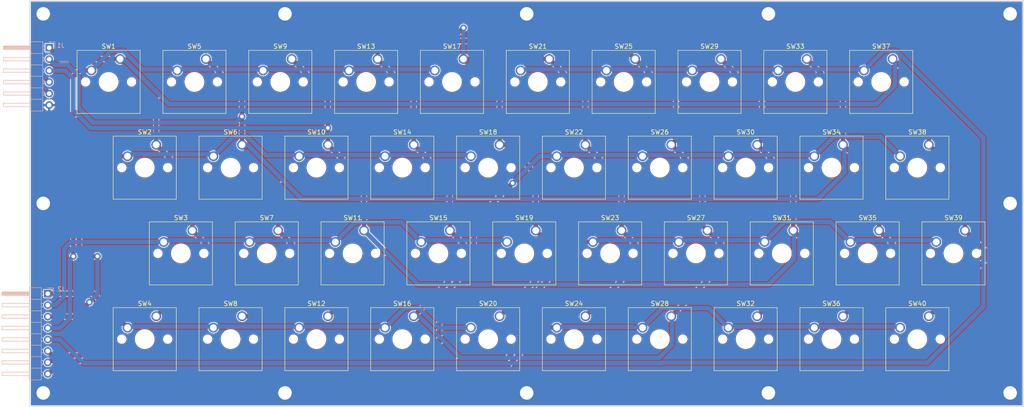
<source format=kicad_pcb>
(kicad_pcb (version 20171130) (host pcbnew 5.1.5-52549c5~86~ubuntu19.10.1)
  (layers (0 F.Cu signal) (31 B.Cu signal) (34 B.Paste user) (35 F.Paste user) (36 B.SilkS user) (37 F.SilkS user) (38 B.Mask user) (39 F.Mask user) (44 Edge.Cuts user))
  (net 0 "")
  (net 1 /column_1)
  (net 2 /column_2)
  (net 3 /column_3)
  (net 4 /column_4)
  (net 5 /column_5)
  (net 6 /str_1)
  (net 7 /str_2)
  (net 8 /str_3)
  (net 9 /str_4)
  (net 10 /str_5)
  (net 11 /str_6)
  (net 12 /str_7)
  (net 13 /str_8)
  (net 14 /gnd)
  (module Connector_PinHeader_2.54mm:PinHeader_1x06_P2.54mm_Horizontal (layer B.Cu) (at 35.318 60.498 180)
    (fp_text reference J1 (at -2.54 0.508) (layer B.SilkS) (effects (justify mirror)))
    (fp_text value column)
    (pad 6 thru_hole oval (at 0 -12.7 180) (size 1.7 1.7) (drill 1) (layers *.Cu *.Mask) (net 14 /gnd))
    (pad 5 thru_hole oval (at 0 -10.16 180) (size 1.7 1.7) (drill 1) (layers *.Cu *.Mask) (net 5 /column_5))
    (pad 4 thru_hole oval (at 0 -7.62 180) (size 1.7 1.7) (drill 1) (layers *.Cu *.Mask) (net 4 /column_4))
    (pad 3 thru_hole oval (at 0 -5.08 180) (size 1.7 1.7) (drill 1) (layers *.Cu *.Mask) (net 3 /column_3))
    (pad 2 thru_hole oval (at 0 -2.54 180) (size 1.7 1.7) (drill 1) (layers *.Cu *.Mask) (net 2 /column_2))
    (pad 1 thru_hole rect (at 0 0 180) (size 1.7 1.7) (drill 1) (layers *.Cu *.Mask) (net 1 /column_1))
  )
  (module Connector_PinHeader_2.54mm:PinHeader_1x08_P2.54mm_Horizontal (layer B.Cu) (at 35 115 180)
    (fp_text reference J2 (at -3 1 180) (layer B.SilkS) (effects (justify mirror)))
    (fp_text value str)
    (pad 1 thru_hole rect (at 0 0 180) (size 1.7 1.7) (drill 1) (layers *.Cu *.Mask) (net 6 /str_1))
    (pad 2 thru_hole oval (at 0 -2.54 180) (size 1.7 1.7) (drill 1) (layers *.Cu *.Mask) (net 7 /str_2))
    (pad 3 thru_hole oval (at 0 -5.08 180) (size 1.7 1.7) (drill 1) (layers *.Cu *.Mask) (net 8 /str_3))
    (pad 4 thru_hole oval (at 0 -7.62 180) (size 1.7 1.7) (drill 1) (layers *.Cu *.Mask) (net 9 /str_4))
    (pad 5 thru_hole oval (at 0 -10.16 180) (size 1.7 1.7) (drill 1) (layers *.Cu *.Mask) (net 10 /str_5))
    (pad 6 thru_hole oval (at 0 -12.7 180) (size 1.7 1.7) (drill 1) (layers *.Cu *.Mask) (net 11 /str_6))
    (pad 7 thru_hole oval (at 0 -15.24 180) (size 1.7 1.7) (drill 1) (layers *.Cu *.Mask) (net 12 /str_7))
    (pad 8 thru_hole oval (at 0 -17.78 180) (size 1.7 1.7) (drill 1) (layers *.Cu *.Mask) (net 13 /str_8))
  )
  (module Button_Switch_Keyboard:SW_Cherry_MX_1.00u_PCB (layer F.Cu) (at 51 63)
    (fp_text reference SW1 (at -2.54 -2.794) (layer F.SilkS))
    (fp_text value 1)
    (pad "" np_thru_hole circle (at 2.54 5.08) (size 1.7 1.7) (drill 1.7) (layers *.Cu *.Mask))
    (pad "" np_thru_hole circle (at -7.62 5.08) (size 1.7 1.7) (drill 1.7) (layers *.Cu *.Mask))
    (pad "" np_thru_hole circle (at -2.54 5.08) (size 4 4) (drill 4) (layers *.Cu *.Mask))
    (pad 2 thru_hole circle (at -6.35 2.54) (size 2.2 2.2) (drill 1.5) (layers *.Cu *.Mask) (net 9 /str_4))
    (pad 1 thru_hole circle (at 0 0) (size 2.2 2.2) (drill 1.5) (layers *.Cu *.Mask) (net 1 /column_1))
  )
  (module Button_Switch_Keyboard:SW_Cherry_MX_1.00u_PCB (layer F.Cu) (at 59 82)
    (fp_text reference SW2 (at -2.54 -2.794) (layer F.SilkS))
    (fp_text value Q)
    (pad 1 thru_hole circle (at 0 0) (size 2.2 2.2) (drill 1.5) (layers *.Cu *.Mask) (net 1 /column_1))
    (pad 2 thru_hole circle (at -6.35 2.54) (size 2.2 2.2) (drill 1.5) (layers *.Cu *.Mask) (net 8 /str_3))
    (pad "" np_thru_hole circle (at -2.54 5.08) (size 4 4) (drill 4) (layers *.Cu *.Mask))
    (pad "" np_thru_hole circle (at -7.62 5.08) (size 1.7 1.7) (drill 1.7) (layers *.Cu *.Mask))
    (pad "" np_thru_hole circle (at 2.54 5.08) (size 1.7 1.7) (drill 1.7) (layers *.Cu *.Mask))
  )
  (module Button_Switch_Keyboard:SW_Cherry_MX_1.00u_PCB (layer F.Cu) (at 67 101)
    (fp_text reference SW3 (at -2.54 -2.794) (layer F.SilkS))
    (fp_text value A)
    (pad "" np_thru_hole circle (at 2.54 5.08) (size 1.7 1.7) (drill 1.7) (layers *.Cu *.Mask))
    (pad "" np_thru_hole circle (at -7.62 5.08) (size 1.7 1.7) (drill 1.7) (layers *.Cu *.Mask))
    (pad "" np_thru_hole circle (at -2.54 5.08) (size 4 4) (drill 4) (layers *.Cu *.Mask))
    (pad 2 thru_hole circle (at -6.35 2.54) (size 2.2 2.2) (drill 1.5) (layers *.Cu *.Mask) (net 7 /str_2))
    (pad 1 thru_hole circle (at 0 0) (size 2.2 2.2) (drill 1.5) (layers *.Cu *.Mask) (net 1 /column_1))
  )
  (module Button_Switch_Keyboard:SW_Cherry_MX_1.00u_PCB (layer F.Cu) (at 59 120)
    (fp_text reference SW4 (at -2.54 -2.794) (layer F.SilkS))
    (fp_text value C.S.)
    (pad 1 thru_hole circle (at 0 0) (size 2.2 2.2) (drill 1.5) (layers *.Cu *.Mask) (net 1 /column_1))
    (pad 2 thru_hole circle (at -6.35 2.54) (size 2.2 2.2) (drill 1.5) (layers *.Cu *.Mask) (net 6 /str_1))
    (pad "" np_thru_hole circle (at -2.54 5.08) (size 4 4) (drill 4) (layers *.Cu *.Mask))
    (pad "" np_thru_hole circle (at -7.62 5.08) (size 1.7 1.7) (drill 1.7) (layers *.Cu *.Mask))
    (pad "" np_thru_hole circle (at 2.54 5.08) (size 1.7 1.7) (drill 1.7) (layers *.Cu *.Mask))
  )
  (module Button_Switch_Keyboard:SW_Cherry_MX_1.00u_PCB (layer F.Cu) (at 70 63)
    (fp_text reference SW5 (at -2.54 -2.794) (layer F.SilkS))
    (fp_text value 2)
    (pad "" np_thru_hole circle (at 2.54 5.08) (size 1.7 1.7) (drill 1.7) (layers *.Cu *.Mask))
    (pad "" np_thru_hole circle (at -7.62 5.08) (size 1.7 1.7) (drill 1.7) (layers *.Cu *.Mask))
    (pad "" np_thru_hole circle (at -2.54 5.08) (size 4 4) (drill 4) (layers *.Cu *.Mask))
    (pad 2 thru_hole circle (at -6.35 2.54) (size 2.2 2.2) (drill 1.5) (layers *.Cu *.Mask) (net 9 /str_4))
    (pad 1 thru_hole circle (at 0 0) (size 2.2 2.2) (drill 1.5) (layers *.Cu *.Mask) (net 2 /column_2))
  )
  (module Button_Switch_Keyboard:SW_Cherry_MX_1.00u_PCB (layer F.Cu) (at 78 82)
    (fp_text reference SW6 (at -2.54 -2.794) (layer F.SilkS))
    (fp_text value W)
    (pad "" np_thru_hole circle (at 2.54 5.08) (size 1.7 1.7) (drill 1.7) (layers *.Cu *.Mask))
    (pad "" np_thru_hole circle (at -7.62 5.08) (size 1.7 1.7) (drill 1.7) (layers *.Cu *.Mask))
    (pad "" np_thru_hole circle (at -2.54 5.08) (size 4 4) (drill 4) (layers *.Cu *.Mask))
    (pad 2 thru_hole circle (at -6.35 2.54) (size 2.2 2.2) (drill 1.5) (layers *.Cu *.Mask) (net 8 /str_3))
    (pad 1 thru_hole circle (at 0 0) (size 2.2 2.2) (drill 1.5) (layers *.Cu *.Mask) (net 2 /column_2))
  )
  (module Button_Switch_Keyboard:SW_Cherry_MX_1.00u_PCB (layer F.Cu) (at 86 101)
    (fp_text reference SW7 (at -2.54 -2.794) (layer F.SilkS))
    (fp_text value S)
    (pad 1 thru_hole circle (at 0 0) (size 2.2 2.2) (drill 1.5) (layers *.Cu *.Mask) (net 2 /column_2))
    (pad 2 thru_hole circle (at -6.35 2.54) (size 2.2 2.2) (drill 1.5) (layers *.Cu *.Mask) (net 7 /str_2))
    (pad "" np_thru_hole circle (at -2.54 5.08) (size 4 4) (drill 4) (layers *.Cu *.Mask))
    (pad "" np_thru_hole circle (at -7.62 5.08) (size 1.7 1.7) (drill 1.7) (layers *.Cu *.Mask))
    (pad "" np_thru_hole circle (at 2.54 5.08) (size 1.7 1.7) (drill 1.7) (layers *.Cu *.Mask))
  )
  (module Button_Switch_Keyboard:SW_Cherry_MX_1.00u_PCB (layer F.Cu) (at 78 120)
    (fp_text reference SW8 (at -2.54 -2.794) (layer F.SilkS))
    (fp_text value Z)
    (pad "" np_thru_hole circle (at 2.54 5.08) (size 1.7 1.7) (drill 1.7) (layers *.Cu *.Mask))
    (pad "" np_thru_hole circle (at -7.62 5.08) (size 1.7 1.7) (drill 1.7) (layers *.Cu *.Mask))
    (pad "" np_thru_hole circle (at -2.54 5.08) (size 4 4) (drill 4) (layers *.Cu *.Mask))
    (pad 2 thru_hole circle (at -6.35 2.54) (size 2.2 2.2) (drill 1.5) (layers *.Cu *.Mask) (net 6 /str_1))
    (pad 1 thru_hole circle (at 0 0) (size 2.2 2.2) (drill 1.5) (layers *.Cu *.Mask) (net 2 /column_2))
  )
  (module Button_Switch_Keyboard:SW_Cherry_MX_1.00u_PCB (layer F.Cu) (at 89 63)
    (fp_text reference SW9 (at -2.54 -2.794) (layer F.SilkS))
    (fp_text value 3)
    (pad "" np_thru_hole circle (at 2.54 5.08) (size 1.7 1.7) (drill 1.7) (layers *.Cu *.Mask))
    (pad "" np_thru_hole circle (at -7.62 5.08) (size 1.7 1.7) (drill 1.7) (layers *.Cu *.Mask))
    (pad "" np_thru_hole circle (at -2.54 5.08) (size 4 4) (drill 4) (layers *.Cu *.Mask))
    (pad 2 thru_hole circle (at -6.35 2.54) (size 2.2 2.2) (drill 1.5) (layers *.Cu *.Mask) (net 9 /str_4))
    (pad 1 thru_hole circle (at 0 0) (size 2.2 2.2) (drill 1.5) (layers *.Cu *.Mask) (net 3 /column_3))
  )
  (module Button_Switch_Keyboard:SW_Cherry_MX_1.00u_PCB (layer F.Cu) (at 97 82)
    (fp_text reference SW10 (at -2.54 -2.794) (layer F.SilkS))
    (fp_text value E)
    (pad 1 thru_hole circle (at 0 0) (size 2.2 2.2) (drill 1.5) (layers *.Cu *.Mask) (net 3 /column_3))
    (pad 2 thru_hole circle (at -6.35 2.54) (size 2.2 2.2) (drill 1.5) (layers *.Cu *.Mask) (net 8 /str_3))
    (pad "" np_thru_hole circle (at -2.54 5.08) (size 4 4) (drill 4) (layers *.Cu *.Mask))
    (pad "" np_thru_hole circle (at -7.62 5.08) (size 1.7 1.7) (drill 1.7) (layers *.Cu *.Mask))
    (pad "" np_thru_hole circle (at 2.54 5.08) (size 1.7 1.7) (drill 1.7) (layers *.Cu *.Mask))
  )
  (module Button_Switch_Keyboard:SW_Cherry_MX_1.00u_PCB (layer F.Cu) (at 105 101)
    (fp_text reference SW11 (at -2.54 -2.794) (layer F.SilkS))
    (fp_text value D)
    (pad 1 thru_hole circle (at 0 0) (size 2.2 2.2) (drill 1.5) (layers *.Cu *.Mask) (net 3 /column_3))
    (pad 2 thru_hole circle (at -6.35 2.54) (size 2.2 2.2) (drill 1.5) (layers *.Cu *.Mask) (net 7 /str_2))
    (pad "" np_thru_hole circle (at -2.54 5.08) (size 4 4) (drill 4) (layers *.Cu *.Mask))
    (pad "" np_thru_hole circle (at -7.62 5.08) (size 1.7 1.7) (drill 1.7) (layers *.Cu *.Mask))
    (pad "" np_thru_hole circle (at 2.54 5.08) (size 1.7 1.7) (drill 1.7) (layers *.Cu *.Mask))
  )
  (module Button_Switch_Keyboard:SW_Cherry_MX_1.00u_PCB (layer F.Cu) (at 97 120)
    (fp_text reference SW12 (at -2.54 -2.794) (layer F.SilkS))
    (fp_text value X)
    (pad 1 thru_hole circle (at 0 0) (size 2.2 2.2) (drill 1.5) (layers *.Cu *.Mask) (net 3 /column_3))
    (pad 2 thru_hole circle (at -6.35 2.54) (size 2.2 2.2) (drill 1.5) (layers *.Cu *.Mask) (net 6 /str_1))
    (pad "" np_thru_hole circle (at -2.54 5.08) (size 4 4) (drill 4) (layers *.Cu *.Mask))
    (pad "" np_thru_hole circle (at -7.62 5.08) (size 1.7 1.7) (drill 1.7) (layers *.Cu *.Mask))
    (pad "" np_thru_hole circle (at 2.54 5.08) (size 1.7 1.7) (drill 1.7) (layers *.Cu *.Mask))
  )
  (module Button_Switch_Keyboard:SW_Cherry_MX_1.00u_PCB (layer F.Cu) (at 108 63)
    (fp_text reference SW13 (at -2.54 -2.794) (layer F.SilkS))
    (fp_text value 4)
    (pad 1 thru_hole circle (at 0 0) (size 2.2 2.2) (drill 1.5) (layers *.Cu *.Mask) (net 4 /column_4))
    (pad 2 thru_hole circle (at -6.35 2.54) (size 2.2 2.2) (drill 1.5) (layers *.Cu *.Mask) (net 9 /str_4))
    (pad "" np_thru_hole circle (at -2.54 5.08) (size 4 4) (drill 4) (layers *.Cu *.Mask))
    (pad "" np_thru_hole circle (at -7.62 5.08) (size 1.7 1.7) (drill 1.7) (layers *.Cu *.Mask))
    (pad "" np_thru_hole circle (at 2.54 5.08) (size 1.7 1.7) (drill 1.7) (layers *.Cu *.Mask))
  )
  (module Button_Switch_Keyboard:SW_Cherry_MX_1.00u_PCB (layer F.Cu) (at 116 82)
    (fp_text reference SW14 (at -2.54 -2.794) (layer F.SilkS))
    (fp_text value R)
    (pad "" np_thru_hole circle (at 2.54 5.08) (size 1.7 1.7) (drill 1.7) (layers *.Cu *.Mask))
    (pad "" np_thru_hole circle (at -7.62 5.08) (size 1.7 1.7) (drill 1.7) (layers *.Cu *.Mask))
    (pad "" np_thru_hole circle (at -2.54 5.08) (size 4 4) (drill 4) (layers *.Cu *.Mask))
    (pad 2 thru_hole circle (at -6.35 2.54) (size 2.2 2.2) (drill 1.5) (layers *.Cu *.Mask) (net 8 /str_3))
    (pad 1 thru_hole circle (at 0 0) (size 2.2 2.2) (drill 1.5) (layers *.Cu *.Mask) (net 4 /column_4))
  )
  (module Button_Switch_Keyboard:SW_Cherry_MX_1.00u_PCB (layer F.Cu) (at 124 101)
    (fp_text reference SW15 (at -2.54 -2.794) (layer F.SilkS))
    (fp_text value F)
    (pad 1 thru_hole circle (at 0 0) (size 2.2 2.2) (drill 1.5) (layers *.Cu *.Mask) (net 4 /column_4))
    (pad 2 thru_hole circle (at -6.35 2.54) (size 2.2 2.2) (drill 1.5) (layers *.Cu *.Mask) (net 7 /str_2))
    (pad "" np_thru_hole circle (at -2.54 5.08) (size 4 4) (drill 4) (layers *.Cu *.Mask))
    (pad "" np_thru_hole circle (at -7.62 5.08) (size 1.7 1.7) (drill 1.7) (layers *.Cu *.Mask))
    (pad "" np_thru_hole circle (at 2.54 5.08) (size 1.7 1.7) (drill 1.7) (layers *.Cu *.Mask))
  )
  (module Button_Switch_Keyboard:SW_Cherry_MX_1.00u_PCB (layer F.Cu) (at 116 120)
    (fp_text reference SW16 (at -2.54 -2.794) (layer F.SilkS))
    (fp_text value C)
    (pad "" np_thru_hole circle (at 2.54 5.08) (size 1.7 1.7) (drill 1.7) (layers *.Cu *.Mask))
    (pad "" np_thru_hole circle (at -7.62 5.08) (size 1.7 1.7) (drill 1.7) (layers *.Cu *.Mask))
    (pad "" np_thru_hole circle (at -2.54 5.08) (size 4 4) (drill 4) (layers *.Cu *.Mask))
    (pad 2 thru_hole circle (at -6.35 2.54) (size 2.2 2.2) (drill 1.5) (layers *.Cu *.Mask) (net 6 /str_1))
    (pad 1 thru_hole circle (at 0 0) (size 2.2 2.2) (drill 1.5) (layers *.Cu *.Mask) (net 4 /column_4))
  )
  (module Button_Switch_Keyboard:SW_Cherry_MX_1.00u_PCB (layer F.Cu) (at 127 63)
    (fp_text reference SW17 (at -2.54 -2.794) (layer F.SilkS))
    (fp_text value 5)
    (pad "" np_thru_hole circle (at 2.54 5.08) (size 1.7 1.7) (drill 1.7) (layers *.Cu *.Mask))
    (pad "" np_thru_hole circle (at -7.62 5.08) (size 1.7 1.7) (drill 1.7) (layers *.Cu *.Mask))
    (pad "" np_thru_hole circle (at -2.54 5.08) (size 4 4) (drill 4) (layers *.Cu *.Mask))
    (pad 2 thru_hole circle (at -6.35 2.54) (size 2.2 2.2) (drill 1.5) (layers *.Cu *.Mask) (net 9 /str_4))
    (pad 1 thru_hole circle (at 0 0) (size 2.2 2.2) (drill 1.5) (layers *.Cu *.Mask) (net 5 /column_5))
  )
  (module Button_Switch_Keyboard:SW_Cherry_MX_1.00u_PCB (layer F.Cu) (at 135 82)
    (fp_text reference SW18 (at -2.54 -2.794) (layer F.SilkS))
    (fp_text value T)
    (pad 1 thru_hole circle (at 0 0) (size 2.2 2.2) (drill 1.5) (layers *.Cu *.Mask) (net 5 /column_5))
    (pad 2 thru_hole circle (at -6.35 2.54) (size 2.2 2.2) (drill 1.5) (layers *.Cu *.Mask) (net 8 /str_3))
    (pad "" np_thru_hole circle (at -2.54 5.08) (size 4 4) (drill 4) (layers *.Cu *.Mask))
    (pad "" np_thru_hole circle (at -7.62 5.08) (size 1.7 1.7) (drill 1.7) (layers *.Cu *.Mask))
    (pad "" np_thru_hole circle (at 2.54 5.08) (size 1.7 1.7) (drill 1.7) (layers *.Cu *.Mask))
  )
  (module Button_Switch_Keyboard:SW_Cherry_MX_1.00u_PCB (layer F.Cu) (at 143 101)
    (fp_text reference SW19 (at -2.54 -2.794) (layer F.SilkS))
    (fp_text value G)
    (pad "" np_thru_hole circle (at 2.54 5.08) (size 1.7 1.7) (drill 1.7) (layers *.Cu *.Mask))
    (pad "" np_thru_hole circle (at -7.62 5.08) (size 1.7 1.7) (drill 1.7) (layers *.Cu *.Mask))
    (pad "" np_thru_hole circle (at -2.54 5.08) (size 4 4) (drill 4) (layers *.Cu *.Mask))
    (pad 2 thru_hole circle (at -6.35 2.54) (size 2.2 2.2) (drill 1.5) (layers *.Cu *.Mask) (net 7 /str_2))
    (pad 1 thru_hole circle (at 0 0) (size 2.2 2.2) (drill 1.5) (layers *.Cu *.Mask) (net 5 /column_5))
  )
  (module Button_Switch_Keyboard:SW_Cherry_MX_1.00u_PCB (layer F.Cu) (at 135 120)
    (fp_text reference SW20 (at -2.54 -2.794) (layer F.SilkS))
    (fp_text value V)
    (pad 1 thru_hole circle (at 0 0) (size 2.2 2.2) (drill 1.5) (layers *.Cu *.Mask) (net 5 /column_5))
    (pad 2 thru_hole circle (at -6.35 2.54) (size 2.2 2.2) (drill 1.5) (layers *.Cu *.Mask) (net 6 /str_1))
    (pad "" np_thru_hole circle (at -2.54 5.08) (size 4 4) (drill 4) (layers *.Cu *.Mask))
    (pad "" np_thru_hole circle (at -7.62 5.08) (size 1.7 1.7) (drill 1.7) (layers *.Cu *.Mask))
    (pad "" np_thru_hole circle (at 2.54 5.08) (size 1.7 1.7) (drill 1.7) (layers *.Cu *.Mask))
  )
  (module Button_Switch_Keyboard:SW_Cherry_MX_1.00u_PCB (layer F.Cu) (at 146 63)
    (fp_text reference SW21 (at -2.54 -2.794) (layer F.SilkS))
    (fp_text value 6)
    (pad 1 thru_hole circle (at 0 0) (size 2.2 2.2) (drill 1.5) (layers *.Cu *.Mask) (net 5 /column_5))
    (pad 2 thru_hole circle (at -6.35 2.54) (size 2.2 2.2) (drill 1.5) (layers *.Cu *.Mask) (net 10 /str_5))
    (pad "" np_thru_hole circle (at -2.54 5.08) (size 4 4) (drill 4) (layers *.Cu *.Mask))
    (pad "" np_thru_hole circle (at -7.62 5.08) (size 1.7 1.7) (drill 1.7) (layers *.Cu *.Mask))
    (pad "" np_thru_hole circle (at 2.54 5.08) (size 1.7 1.7) (drill 1.7) (layers *.Cu *.Mask))
  )
  (module Button_Switch_Keyboard:SW_Cherry_MX_1.00u_PCB (layer F.Cu) (at 154 82)
    (fp_text reference SW22 (at -2.54 -2.794) (layer F.SilkS))
    (fp_text value Y)
    (pad "" np_thru_hole circle (at 2.54 5.08) (size 1.7 1.7) (drill 1.7) (layers *.Cu *.Mask))
    (pad "" np_thru_hole circle (at -7.62 5.08) (size 1.7 1.7) (drill 1.7) (layers *.Cu *.Mask))
    (pad "" np_thru_hole circle (at -2.54 5.08) (size 4 4) (drill 4) (layers *.Cu *.Mask))
    (pad 2 thru_hole circle (at -6.35 2.54) (size 2.2 2.2) (drill 1.5) (layers *.Cu *.Mask) (net 11 /str_6))
    (pad 1 thru_hole circle (at 0 0) (size 2.2 2.2) (drill 1.5) (layers *.Cu *.Mask) (net 5 /column_5))
  )
  (module Button_Switch_Keyboard:SW_Cherry_MX_1.00u_PCB (layer F.Cu) (at 162 101)
    (fp_text reference SW23 (at -2.54 -2.794) (layer F.SilkS))
    (fp_text value H)
    (pad 1 thru_hole circle (at 0 0) (size 2.2 2.2) (drill 1.5) (layers *.Cu *.Mask) (net 5 /column_5))
    (pad 2 thru_hole circle (at -6.35 2.54) (size 2.2 2.2) (drill 1.5) (layers *.Cu *.Mask) (net 12 /str_7))
    (pad "" np_thru_hole circle (at -2.54 5.08) (size 4 4) (drill 4) (layers *.Cu *.Mask))
    (pad "" np_thru_hole circle (at -7.62 5.08) (size 1.7 1.7) (drill 1.7) (layers *.Cu *.Mask))
    (pad "" np_thru_hole circle (at 2.54 5.08) (size 1.7 1.7) (drill 1.7) (layers *.Cu *.Mask))
  )
  (module Button_Switch_Keyboard:SW_Cherry_MX_1.00u_PCB (layer F.Cu) (at 154 120)
    (fp_text reference SW24 (at -2.54 -2.794) (layer F.SilkS))
    (fp_text value B)
    (pad "" np_thru_hole circle (at 2.54 5.08) (size 1.7 1.7) (drill 1.7) (layers *.Cu *.Mask))
    (pad "" np_thru_hole circle (at -7.62 5.08) (size 1.7 1.7) (drill 1.7) (layers *.Cu *.Mask))
    (pad "" np_thru_hole circle (at -2.54 5.08) (size 4 4) (drill 4) (layers *.Cu *.Mask))
    (pad 2 thru_hole circle (at -6.35 2.54) (size 2.2 2.2) (drill 1.5) (layers *.Cu *.Mask) (net 13 /str_8))
    (pad 1 thru_hole circle (at 0 0) (size 2.2 2.2) (drill 1.5) (layers *.Cu *.Mask) (net 5 /column_5))
  )
  (module Button_Switch_Keyboard:SW_Cherry_MX_1.00u_PCB (layer F.Cu) (at 165 63)
    (fp_text reference SW25 (at -2.54 -2.794) (layer F.SilkS))
    (fp_text value 7)
    (pad 1 thru_hole circle (at 0 0) (size 2.2 2.2) (drill 1.5) (layers *.Cu *.Mask) (net 4 /column_4))
    (pad 2 thru_hole circle (at -6.35 2.54) (size 2.2 2.2) (drill 1.5) (layers *.Cu *.Mask) (net 10 /str_5))
    (pad "" np_thru_hole circle (at -2.54 5.08) (size 4 4) (drill 4) (layers *.Cu *.Mask))
    (pad "" np_thru_hole circle (at -7.62 5.08) (size 1.7 1.7) (drill 1.7) (layers *.Cu *.Mask))
    (pad "" np_thru_hole circle (at 2.54 5.08) (size 1.7 1.7) (drill 1.7) (layers *.Cu *.Mask))
  )
  (module Button_Switch_Keyboard:SW_Cherry_MX_1.00u_PCB (layer F.Cu) (at 173 82)
    (fp_text reference SW26 (at -2.54 -2.794) (layer F.SilkS))
    (fp_text value U)
    (pad "" np_thru_hole circle (at 2.54 5.08) (size 1.7 1.7) (drill 1.7) (layers *.Cu *.Mask))
    (pad "" np_thru_hole circle (at -7.62 5.08) (size 1.7 1.7) (drill 1.7) (layers *.Cu *.Mask))
    (pad "" np_thru_hole circle (at -2.54 5.08) (size 4 4) (drill 4) (layers *.Cu *.Mask))
    (pad 2 thru_hole circle (at -6.35 2.54) (size 2.2 2.2) (drill 1.5) (layers *.Cu *.Mask) (net 11 /str_6))
    (pad 1 thru_hole circle (at 0 0) (size 2.2 2.2) (drill 1.5) (layers *.Cu *.Mask) (net 4 /column_4))
  )
  (module Button_Switch_Keyboard:SW_Cherry_MX_1.00u_PCB (layer F.Cu) (at 181 101)
    (fp_text reference SW27 (at -2.54 -2.794) (layer F.SilkS))
    (fp_text value J)
    (pad 1 thru_hole circle (at 0 0) (size 2.2 2.2) (drill 1.5) (layers *.Cu *.Mask) (net 4 /column_4))
    (pad 2 thru_hole circle (at -6.35 2.54) (size 2.2 2.2) (drill 1.5) (layers *.Cu *.Mask) (net 12 /str_7))
    (pad "" np_thru_hole circle (at -2.54 5.08) (size 4 4) (drill 4) (layers *.Cu *.Mask))
    (pad "" np_thru_hole circle (at -7.62 5.08) (size 1.7 1.7) (drill 1.7) (layers *.Cu *.Mask))
    (pad "" np_thru_hole circle (at 2.54 5.08) (size 1.7 1.7) (drill 1.7) (layers *.Cu *.Mask))
  )
  (module Button_Switch_Keyboard:SW_Cherry_MX_1.00u_PCB (layer F.Cu) (at 173 120)
    (fp_text reference SW28 (at -2.54 -2.794) (layer F.SilkS))
    (fp_text value N)
    (pad "" np_thru_hole circle (at 2.54 5.08) (size 1.7 1.7) (drill 1.7) (layers *.Cu *.Mask))
    (pad "" np_thru_hole circle (at -7.62 5.08) (size 1.7 1.7) (drill 1.7) (layers *.Cu *.Mask))
    (pad "" np_thru_hole circle (at -2.54 5.08) (size 4 4) (drill 4) (layers *.Cu *.Mask))
    (pad 2 thru_hole circle (at -6.35 2.54) (size 2.2 2.2) (drill 1.5) (layers *.Cu *.Mask) (net 13 /str_8))
    (pad 1 thru_hole circle (at 0 0) (size 2.2 2.2) (drill 1.5) (layers *.Cu *.Mask) (net 4 /column_4))
  )
  (module Button_Switch_Keyboard:SW_Cherry_MX_1.00u_PCB (layer F.Cu) (at 184 63)
    (fp_text reference SW29 (at -2.54 -2.794) (layer F.SilkS))
    (fp_text value 8)
    (pad 1 thru_hole circle (at 0 0) (size 2.2 2.2) (drill 1.5) (layers *.Cu *.Mask) (net 3 /column_3))
    (pad 2 thru_hole circle (at -6.35 2.54) (size 2.2 2.2) (drill 1.5) (layers *.Cu *.Mask) (net 10 /str_5))
    (pad "" np_thru_hole circle (at -2.54 5.08) (size 4 4) (drill 4) (layers *.Cu *.Mask))
    (pad "" np_thru_hole circle (at -7.62 5.08) (size 1.7 1.7) (drill 1.7) (layers *.Cu *.Mask))
    (pad "" np_thru_hole circle (at 2.54 5.08) (size 1.7 1.7) (drill 1.7) (layers *.Cu *.Mask))
  )
  (module Button_Switch_Keyboard:SW_Cherry_MX_1.00u_PCB (layer F.Cu) (at 192 82)
    (fp_text reference SW30 (at -2.54 -2.794) (layer F.SilkS))
    (fp_text value I)
    (pad 1 thru_hole circle (at 0 0) (size 2.2 2.2) (drill 1.5) (layers *.Cu *.Mask) (net 3 /column_3))
    (pad 2 thru_hole circle (at -6.35 2.54) (size 2.2 2.2) (drill 1.5) (layers *.Cu *.Mask) (net 11 /str_6))
    (pad "" np_thru_hole circle (at -2.54 5.08) (size 4 4) (drill 4) (layers *.Cu *.Mask))
    (pad "" np_thru_hole circle (at -7.62 5.08) (size 1.7 1.7) (drill 1.7) (layers *.Cu *.Mask))
    (pad "" np_thru_hole circle (at 2.54 5.08) (size 1.7 1.7) (drill 1.7) (layers *.Cu *.Mask))
  )
  (module Button_Switch_Keyboard:SW_Cherry_MX_1.00u_PCB (layer F.Cu) (at 200 101)
    (fp_text reference SW31 (at -2.54 -2.794) (layer F.SilkS))
    (fp_text value K)
    (pad "" np_thru_hole circle (at 2.54 5.08) (size 1.7 1.7) (drill 1.7) (layers *.Cu *.Mask))
    (pad "" np_thru_hole circle (at -7.62 5.08) (size 1.7 1.7) (drill 1.7) (layers *.Cu *.Mask))
    (pad "" np_thru_hole circle (at -2.54 5.08) (size 4 4) (drill 4) (layers *.Cu *.Mask))
    (pad 2 thru_hole circle (at -6.35 2.54) (size 2.2 2.2) (drill 1.5) (layers *.Cu *.Mask) (net 12 /str_7))
    (pad 1 thru_hole circle (at 0 0) (size 2.2 2.2) (drill 1.5) (layers *.Cu *.Mask) (net 3 /column_3))
  )
  (module Button_Switch_Keyboard:SW_Cherry_MX_1.00u_PCB (layer F.Cu) (at 192 120)
    (fp_text reference SW32 (at -2.54 -2.794) (layer F.SilkS))
    (fp_text value M)
    (pad 1 thru_hole circle (at 0 0) (size 2.2 2.2) (drill 1.5) (layers *.Cu *.Mask) (net 3 /column_3))
    (pad 2 thru_hole circle (at -6.35 2.54) (size 2.2 2.2) (drill 1.5) (layers *.Cu *.Mask) (net 13 /str_8))
    (pad "" np_thru_hole circle (at -2.54 5.08) (size 4 4) (drill 4) (layers *.Cu *.Mask))
    (pad "" np_thru_hole circle (at -7.62 5.08) (size 1.7 1.7) (drill 1.7) (layers *.Cu *.Mask))
    (pad "" np_thru_hole circle (at 2.54 5.08) (size 1.7 1.7) (drill 1.7) (layers *.Cu *.Mask))
  )
  (module Button_Switch_Keyboard:SW_Cherry_MX_1.00u_PCB (layer F.Cu) (at 203 63)
    (fp_text reference SW33 (at -2.54 -2.794) (layer F.SilkS))
    (fp_text value 9)
    (pad "" np_thru_hole circle (at 2.54 5.08) (size 1.7 1.7) (drill 1.7) (layers *.Cu *.Mask))
    (pad "" np_thru_hole circle (at -7.62 5.08) (size 1.7 1.7) (drill 1.7) (layers *.Cu *.Mask))
    (pad "" np_thru_hole circle (at -2.54 5.08) (size 4 4) (drill 4) (layers *.Cu *.Mask))
    (pad 2 thru_hole circle (at -6.35 2.54) (size 2.2 2.2) (drill 1.5) (layers *.Cu *.Mask) (net 10 /str_5))
    (pad 1 thru_hole circle (at 0 0) (size 2.2 2.2) (drill 1.5) (layers *.Cu *.Mask) (net 2 /column_2))
  )
  (module Button_Switch_Keyboard:SW_Cherry_MX_1.00u_PCB (layer F.Cu) (at 211 82)
    (fp_text reference SW34 (at -2.54 -2.794) (layer F.SilkS))
    (fp_text value O)
    (pad "" np_thru_hole circle (at 2.54 5.08) (size 1.7 1.7) (drill 1.7) (layers *.Cu *.Mask))
    (pad "" np_thru_hole circle (at -7.62 5.08) (size 1.7 1.7) (drill 1.7) (layers *.Cu *.Mask))
    (pad "" np_thru_hole circle (at -2.54 5.08) (size 4 4) (drill 4) (layers *.Cu *.Mask))
    (pad 2 thru_hole circle (at -6.35 2.54) (size 2.2 2.2) (drill 1.5) (layers *.Cu *.Mask) (net 11 /str_6))
    (pad 1 thru_hole circle (at 0 0) (size 2.2 2.2) (drill 1.5) (layers *.Cu *.Mask) (net 2 /column_2))
  )
  (module Button_Switch_Keyboard:SW_Cherry_MX_1.00u_PCB (layer F.Cu) (at 219 101)
    (fp_text reference SW35 (at -2.54 -2.794) (layer F.SilkS))
    (fp_text value L)
    (pad 1 thru_hole circle (at 0 0) (size 2.2 2.2) (drill 1.5) (layers *.Cu *.Mask) (net 2 /column_2))
    (pad 2 thru_hole circle (at -6.35 2.54) (size 2.2 2.2) (drill 1.5) (layers *.Cu *.Mask) (net 12 /str_7))
    (pad "" np_thru_hole circle (at -2.54 5.08) (size 4 4) (drill 4) (layers *.Cu *.Mask))
    (pad "" np_thru_hole circle (at -7.62 5.08) (size 1.7 1.7) (drill 1.7) (layers *.Cu *.Mask))
    (pad "" np_thru_hole circle (at 2.54 5.08) (size 1.7 1.7) (drill 1.7) (layers *.Cu *.Mask))
  )
  (module Button_Switch_Keyboard:SW_Cherry_MX_1.00u_PCB (layer F.Cu) (at 211 120)
    (fp_text reference SW36 (at -2.54 -2.794) (layer F.SilkS))
    (fp_text value S.S.)
    (pad "" np_thru_hole circle (at 2.54 5.08) (size 1.7 1.7) (drill 1.7) (layers *.Cu *.Mask))
    (pad "" np_thru_hole circle (at -7.62 5.08) (size 1.7 1.7) (drill 1.7) (layers *.Cu *.Mask))
    (pad "" np_thru_hole circle (at -2.54 5.08) (size 4 4) (drill 4) (layers *.Cu *.Mask))
    (pad 2 thru_hole circle (at -6.35 2.54) (size 2.2 2.2) (drill 1.5) (layers *.Cu *.Mask) (net 13 /str_8))
    (pad 1 thru_hole circle (at 0 0) (size 2.2 2.2) (drill 1.5) (layers *.Cu *.Mask) (net 2 /column_2))
  )
  (module Button_Switch_Keyboard:SW_Cherry_MX_1.00u_PCB (layer F.Cu) (at 222 63)
    (fp_text reference SW37 (at -2.54 -2.794) (layer F.SilkS))
    (fp_text value 10)
    (pad "" np_thru_hole circle (at 2.54 5.08) (size 1.7 1.7) (drill 1.7) (layers *.Cu *.Mask))
    (pad "" np_thru_hole circle (at -7.62 5.08) (size 1.7 1.7) (drill 1.7) (layers *.Cu *.Mask))
    (pad "" np_thru_hole circle (at -2.54 5.08) (size 4 4) (drill 4) (layers *.Cu *.Mask))
    (pad 2 thru_hole circle (at -6.35 2.54) (size 2.2 2.2) (drill 1.5) (layers *.Cu *.Mask) (net 10 /str_5))
    (pad 1 thru_hole circle (at 0 0) (size 2.2 2.2) (drill 1.5) (layers *.Cu *.Mask) (net 1 /column_1))
  )
  (module Button_Switch_Keyboard:SW_Cherry_MX_1.00u_PCB (layer F.Cu) (at 230 82)
    (fp_text reference SW38 (at -2.54 -2.794) (layer F.SilkS))
    (fp_text value P)
    (pad 1 thru_hole circle (at 0 0) (size 2.2 2.2) (drill 1.5) (layers *.Cu *.Mask) (net 1 /column_1))
    (pad 2 thru_hole circle (at -6.35 2.54) (size 2.2 2.2) (drill 1.5) (layers *.Cu *.Mask) (net 11 /str_6))
    (pad "" np_thru_hole circle (at -2.54 5.08) (size 4 4) (drill 4) (layers *.Cu *.Mask))
    (pad "" np_thru_hole circle (at -7.62 5.08) (size 1.7 1.7) (drill 1.7) (layers *.Cu *.Mask))
    (pad "" np_thru_hole circle (at 2.54 5.08) (size 1.7 1.7) (drill 1.7) (layers *.Cu *.Mask))
  )
  (module Button_Switch_Keyboard:SW_Cherry_MX_1.00u_PCB (layer F.Cu) (at 238 101)
    (fp_text reference SW39 (at -2.54 -2.794) (layer F.SilkS))
    (fp_text value ENTER)
    (pad "" np_thru_hole circle (at 2.54 5.08) (size 1.7 1.7) (drill 1.7) (layers *.Cu *.Mask))
    (pad "" np_thru_hole circle (at -7.62 5.08) (size 1.7 1.7) (drill 1.7) (layers *.Cu *.Mask))
    (pad "" np_thru_hole circle (at -2.54 5.08) (size 4 4) (drill 4) (layers *.Cu *.Mask))
    (pad 2 thru_hole circle (at -6.35 2.54) (size 2.2 2.2) (drill 1.5) (layers *.Cu *.Mask) (net 12 /str_7))
    (pad 1 thru_hole circle (at 0 0) (size 2.2 2.2) (drill 1.5) (layers *.Cu *.Mask) (net 1 /column_1))
  )
  (module Button_Switch_Keyboard:SW_Cherry_MX_1.00u_PCB (layer F.Cu) (at 230 120)
    (fp_text reference SW40 (at -2.54 -2.794) (layer F.SilkS))
    (fp_text value SPACE)
    (pad 1 thru_hole circle (at 0 0) (size 2.2 2.2) (drill 1.5) (layers *.Cu *.Mask) (net 1 /column_1))
    (pad 2 thru_hole circle (at -6.35 2.54) (size 2.2 2.2) (drill 1.5) (layers *.Cu *.Mask) (net 13 /str_8))
    (pad "" np_thru_hole circle (at -2.54 5.08) (size 4 4) (drill 4) (layers *.Cu *.Mask))
    (pad "" np_thru_hole circle (at -7.62 5.08) (size 1.7 1.7) (drill 1.7) (layers *.Cu *.Mask))
    (pad "" np_thru_hole circle (at 2.54 5.08) (size 1.7 1.7) (drill 1.7) (layers *.Cu *.Mask))
  )
  (gr_line (start 31 50) (end 31 140) (layer Edge.Cuts) (width 0.15))
  (gr_line (start 251 50) (end 31 50) (layer Edge.Cuts) (width 0.15))
  (gr_line (start 251 140) (end 251 50) (layer Edge.Cuts) (width 0.15))
  (gr_line (start 31 140) (end 251 140) (layer Edge.Cuts) (width 0.15))
  (via (at 34 53) (size 5) (drill 3) (layers F.Cu B.Cu) (net 14))
  (via (at 248 53) (size 5) (drill 3) (layers F.Cu B.Cu) (net 14))
  (via (at 248 137) (size 5) (drill 3) (layers F.Cu B.Cu) (net 14))
  (via (at 34 137) (size 5) (drill 3) (layers F.Cu B.Cu) (net 14))
  (segment (start 230 71) (end 222 63) (width 1) (layer F.Cu) (net 1))
  (segment (start 230 82) (end 230 71) (width 1) (layer F.Cu) (net 1))
  (segment (start 238 90) (end 230 82) (width 1) (layer F.Cu) (net 1))
  (segment (start 238 101) (end 238 90) (width 1) (layer F.Cu) (net 1))
  (segment (start 238 101) (end 242.328 105.328) (width 1) (layer F.Cu) (net 1))
  (segment (start 242.328 107.672) (end 242.328 105.328) (width 1) (layer F.Cu) (net 1))
  (segment (start 230 120) (end 242.328 107.672) (width 1) (layer F.Cu) (net 1))
  (segment (start 59 71) (end 51 63) (width 1) (layer F.Cu) (net 1))
  (segment (start 59 82) (end 59 71) (width 1) (layer F.Cu) (net 1))
  (segment (start 59 120) (end 71.090001 107.909999) (width 1) (layer F.Cu) (net 1))
  (segment (start 71.090001 105.090001) (end 67 101) (width 1) (layer F.Cu) (net 1))
  (segment (start 71.090001 107.909999) (end 71.090001 105.090001) (width 1) (layer F.Cu) (net 1))
  (segment (start 67 90) (end 59 82) (width 1) (layer F.Cu) (net 1))
  (segment (start 67 101) (end 67 90) (width 1) (layer F.Cu) (net 1))
  (segment (start 222.516 63.516) (end 222.516 68.88) (width 1) (layer B.Cu) (net 1))
  (segment (start 222 63) (end 222.516 63.516) (width 1) (layer B.Cu) (net 1))
  (segment (start 218.396 73) (end 61.79 73) (width 1) (layer B.Cu) (net 1))
  (segment (start 51.79 63) (end 51 63) (width 1) (layer B.Cu) (net 1))
  (segment (start 222.516 68.88) (end 218.396 73) (width 1) (layer B.Cu) (net 1))
  (segment (start 61.79 73) (end 51.79 63) (width 1) (layer B.Cu) (net 1))
  (segment (start 37.82 63) (end 35.318 60.498) (width 1) (layer F.Cu) (net 1))
  (segment (start 51 63) (end 37.82 63) (width 1) (layer F.Cu) (net 1))
  (segment (start 211 120) (end 223.090001 107.909999) (width 1) (layer F.Cu) (net 2))
  (segment (start 223.090001 105.090001) (end 219 101) (width 1) (layer F.Cu) (net 2))
  (segment (start 223.090001 107.909999) (end 223.090001 105.090001) (width 1) (layer F.Cu) (net 2))
  (segment (start 219 90) (end 211 82) (width 1) (layer F.Cu) (net 2))
  (segment (start 219 101) (end 219 90) (width 1) (layer F.Cu) (net 2))
  (segment (start 211 71) (end 203 63) (width 1) (layer F.Cu) (net 2))
  (segment (start 211 82) (end 211 71) (width 1) (layer F.Cu) (net 2))
  (segment (start 79.555634 120) (end 90.090001 109.465633) (width 1) (layer F.Cu) (net 2))
  (segment (start 78 120) (end 79.555634 120) (width 1) (layer F.Cu) (net 2))
  (segment (start 90.090001 105.090001) (end 86 101) (width 1) (layer F.Cu) (net 2))
  (segment (start 90.090001 109.465633) (end 90.090001 105.090001) (width 1) (layer F.Cu) (net 2))
  (segment (start 86 90) (end 78 82) (width 1) (layer F.Cu) (net 2))
  (segment (start 86 101) (end 86 90) (width 1) (layer F.Cu) (net 2))
  (via (at 77.99 75.738) (size 1.5) (drill 0.8) (layers F.Cu B.Cu) (net 2))
  (segment (start 78 82) (end 78 75.748) (width 1) (layer F.Cu) (net 2))
  (segment (start 77.99 74.67734) (end 77.99 75.738) (width 1) (layer F.Cu) (net 2))
  (segment (start 70 63) (end 77.99 70.99) (width 1) (layer F.Cu) (net 2))
  (segment (start 77.99 70.99) (end 77.99 74.67734) (width 1) (layer F.Cu) (net 2))
  (segment (start 78 75.748) (end 77.99 75.738) (width 1) (layer F.Cu) (net 2))
  (segment (start 211.34 82.34) (end 211.34 88.184) (width 1) (layer B.Cu) (net 2))
  (segment (start 205.524 94) (end 91.172 94) (width 1) (layer B.Cu) (net 2))
  (segment (start 211 82) (end 211.34 82.34) (width 1) (layer B.Cu) (net 2))
  (segment (start 211.34 88.184) (end 205.524 94) (width 1) (layer B.Cu) (net 2))
  (segment (start 79.172 82) (end 78 82) (width 1) (layer B.Cu) (net 2))
  (segment (start 91.172 94) (end 79.172 82) (width 1) (layer B.Cu) (net 2))
  (segment (start 36.588 64.308) (end 35.318 63.038) (width 1) (layer B.Cu) (net 2))
  (segment (start 77.99 75.738) (end 76.628 77.1) (width 1) (layer B.Cu) (net 2))
  (segment (start 76.628 77.1) (end 45.062 77.1) (width 1) (layer B.Cu) (net 2))
  (segment (start 45.062 77.1) (end 41.829999 73.867999) (width 1) (layer B.Cu) (net 2))
  (segment (start 41.829999 73.867999) (end 41.829999 66.755999) (width 1) (layer B.Cu) (net 2))
  (segment (start 39.382 64.308) (end 36.588 64.308) (width 1) (layer B.Cu) (net 2))
  (segment (start 41.829999 66.755999) (end 39.382 64.308) (width 1) (layer B.Cu) (net 2))
  (segment (start 204.090001 105.090001) (end 200 101) (width 1) (layer F.Cu) (net 3))
  (segment (start 192 120) (end 204.090001 107.909999) (width 1) (layer F.Cu) (net 3))
  (segment (start 204.090001 107.909999) (end 204.090001 105.090001) (width 1) (layer F.Cu) (net 3))
  (segment (start 200 90) (end 192 82) (width 1) (layer F.Cu) (net 3))
  (segment (start 200 101) (end 200 90) (width 1) (layer F.Cu) (net 3))
  (segment (start 185.099999 64.099999) (end 184 63) (width 1) (layer F.Cu) (net 3))
  (segment (start 193.099999 80.900001) (end 193.099999 72.099999) (width 1) (layer F.Cu) (net 3))
  (segment (start 193.099999 72.099999) (end 185.099999 64.099999) (width 1) (layer F.Cu) (net 3))
  (segment (start 192 82) (end 193.099999 80.900001) (width 1) (layer F.Cu) (net 3))
  (segment (start 97 120) (end 109.090001 107.909999) (width 1) (layer F.Cu) (net 3))
  (segment (start 109.090001 105.090001) (end 105 101) (width 1) (layer F.Cu) (net 3))
  (segment (start 109.090001 107.909999) (end 109.090001 105.090001) (width 1) (layer F.Cu) (net 3))
  (segment (start 105 90) (end 97 82) (width 1) (layer F.Cu) (net 3))
  (segment (start 105 101) (end 105 90) (width 1) (layer F.Cu) (net 3))
  (segment (start 97 77.21734) (end 97 78.278) (width 1) (layer F.Cu) (net 3))
  (segment (start 89 63) (end 97 71) (width 1) (layer F.Cu) (net 3))
  (segment (start 97 82) (end 97 78.278) (width 1) (layer F.Cu) (net 3))
  (segment (start 97 71) (end 97 77.21734) (width 1) (layer F.Cu) (net 3))
  (via (at 97 78.278) (size 1.5) (drill 0.8) (layers F.Cu B.Cu) (net 3))
  (segment (start 200.160001 107.376001) (end 194.536002 113) (width 1) (layer B.Cu) (net 3))
  (segment (start 117 113) (end 105 101) (width 1) (layer B.Cu) (net 3))
  (segment (start 194.536002 113) (end 117 113) (width 1) (layer B.Cu) (net 3))
  (segment (start 200 101) (end 200.160001 101.160001) (width 1) (layer B.Cu) (net 3))
  (segment (start 200.160001 101.160001) (end 200.160001 107.376001) (width 1) (layer B.Cu) (net 3))
  (segment (start 96.978 78.3) (end 44.56493 78.3) (width 1) (layer B.Cu) (net 3))
  (segment (start 44.56493 78.3) (end 40.629989 74.365059) (width 1) (layer B.Cu) (net 3))
  (segment (start 97 78.278) (end 96.978 78.3) (width 1) (layer B.Cu) (net 3))
  (segment (start 38.874 65.578) (end 35.318 65.578) (width 1) (layer B.Cu) (net 3))
  (segment (start 40.629989 74.365059) (end 40.629989 67.333989) (width 1) (layer B.Cu) (net 3))
  (segment (start 40.629989 67.333989) (end 38.874 65.578) (width 1) (layer B.Cu) (net 3))
  (segment (start 116 71) (end 108 63) (width 1) (layer F.Cu) (net 4))
  (segment (start 173 120) (end 185.090001 107.909999) (width 1) (layer F.Cu) (net 4))
  (segment (start 185.090001 105.090001) (end 181 101) (width 1) (layer F.Cu) (net 4))
  (segment (start 185.090001 107.909999) (end 185.090001 105.090001) (width 1) (layer F.Cu) (net 4))
  (segment (start 174.099999 83.099999) (end 173 82) (width 1) (layer F.Cu) (net 4))
  (segment (start 179.900001 88.900001) (end 174.099999 83.099999) (width 1) (layer F.Cu) (net 4))
  (segment (start 179.900001 99.900001) (end 179.900001 88.900001) (width 1) (layer F.Cu) (net 4))
  (segment (start 181 101) (end 179.900001 99.900001) (width 1) (layer F.Cu) (net 4))
  (segment (start 174.099999 72.099999) (end 166.099999 64.099999) (width 1) (layer F.Cu) (net 4))
  (segment (start 174.099999 80.900001) (end 174.099999 72.099999) (width 1) (layer F.Cu) (net 4))
  (segment (start 166.099999 64.099999) (end 165 63) (width 1) (layer F.Cu) (net 4))
  (segment (start 173 82) (end 174.099999 80.900001) (width 1) (layer F.Cu) (net 4))
  (segment (start 116 120) (end 128.090001 107.909999) (width 1) (layer F.Cu) (net 4))
  (segment (start 128.090001 105.090001) (end 124 101) (width 1) (layer F.Cu) (net 4))
  (segment (start 128.090001 107.909999) (end 128.090001 105.090001) (width 1) (layer F.Cu) (net 4))
  (segment (start 116 82) (end 116 71) (width 1) (layer F.Cu) (net 4))
  (segment (start 124 101) (end 124 96.348006) (width 1) (layer F.Cu) (net 4))
  (segment (start 124 96.348006) (end 123.963994 96.312) (width 1) (layer F.Cu) (net 4))
  (segment (start 116 82) (end 123.963994 89.963994) (width 1) (layer F.Cu) (net 4))
  (segment (start 123.963994 89.963994) (end 123.963994 95.25134) (width 1) (layer F.Cu) (net 4))
  (segment (start 123.963994 95.25134) (end 123.963994 96.312) (width 1) (layer F.Cu) (net 4))
  (segment (start 108 63) (end 108 60.2) (width 1) (layer F.Cu) (net 4))
  (segment (start 163.900001 61.900001) (end 165 63) (width 1) (layer F.Cu) (net 4))
  (segment (start 161 59) (end 163.900001 61.900001) (width 1) (layer F.Cu) (net 4))
  (segment (start 108 60.2) (end 109.2 59) (width 1) (layer F.Cu) (net 4))
  (segment (start 109.2 59) (end 161 59) (width 1) (layer F.Cu) (net 4))
  (segment (start 34.468001 67.268001) (end 35.318 68.118) (width 1) (layer F.Cu) (net 4))
  (segment (start 33.767999 59.087999) (end 33.767999 66.567999) (width 1) (layer F.Cu) (net 4))
  (segment (start 108 60.2) (end 106.747999 58.947999) (width 1) (layer F.Cu) (net 4))
  (segment (start 33.907999 58.947999) (end 33.767999 59.087999) (width 1) (layer F.Cu) (net 4))
  (segment (start 33.767999 66.567999) (end 34.468001 67.268001) (width 1) (layer F.Cu) (net 4))
  (segment (start 106.747999 58.947999) (end 33.907999 58.947999) (width 1) (layer F.Cu) (net 4))
  (segment (start 117.15 120) (end 116 120) (width 1) (layer B.Cu) (net 4))
  (segment (start 170.336002 129.2) (end 126.35 129.2) (width 1) (layer B.Cu) (net 4))
  (segment (start 173.160001 126.376001) (end 170.336002 129.2) (width 1) (layer B.Cu) (net 4))
  (segment (start 173.160001 120.160001) (end 173.160001 126.376001) (width 1) (layer B.Cu) (net 4))
  (segment (start 126.35 129.2) (end 117.15 120) (width 1) (layer B.Cu) (net 4))
  (segment (start 173 120) (end 173.160001 120.160001) (width 1) (layer B.Cu) (net 4))
  (segment (start 154 71) (end 146 63) (width 1) (layer F.Cu) (net 5))
  (segment (start 154 82) (end 154 71) (width 1) (layer F.Cu) (net 5))
  (segment (start 135 71) (end 127 63) (width 1) (layer F.Cu) (net 5))
  (segment (start 135 82) (end 135 71) (width 1) (layer F.Cu) (net 5))
  (segment (start 154 120) (end 166.128 107.872) (width 1) (layer F.Cu) (net 5))
  (segment (start 166.128 105.128) (end 162 101) (width 1) (layer F.Cu) (net 5))
  (segment (start 166.128 107.872) (end 166.128 105.128) (width 1) (layer F.Cu) (net 5))
  (segment (start 162 90) (end 154 82) (width 1) (layer F.Cu) (net 5))
  (segment (start 162 101) (end 162 90) (width 1) (layer F.Cu) (net 5))
  (segment (start 147.147989 107.926011) (end 147.147989 105.147989) (width 1) (layer F.Cu) (net 5))
  (segment (start 147.147989 105.147989) (end 144.099999 102.099999) (width 1) (layer F.Cu) (net 5))
  (segment (start 135 120) (end 135.074 120) (width 1) (layer F.Cu) (net 5))
  (segment (start 144.099999 102.099999) (end 143 101) (width 1) (layer F.Cu) (net 5))
  (segment (start 135.074 120) (end 147.147989 107.926011) (width 1) (layer F.Cu) (net 5))
  (segment (start 146 63) (end 127.591075 63) (width 1) (layer F.Cu) (net 5))
  (segment (start 127.591075 63) (end 127 63) (width 1) (layer F.Cu) (net 5))
  (via (at 127.011994 56.1) (size 1.5) (drill 0.8) (layers F.Cu B.Cu) (net 5))
  (segment (start 127 63) (end 127 56.111994) (width 1) (layer B.Cu) (net 5))
  (segment (start 127 56.111994) (end 127.011994 56.1) (width 1) (layer B.Cu) (net 5))
  (segment (start 126.261995 56.849999) (end 127.011994 56.1) (width 1) (layer F.Cu) (net 5))
  (segment (start 32.567988 67.907988) (end 32.567988 58.590939) (width 1) (layer F.Cu) (net 5))
  (segment (start 32.567988 58.590939) (end 33.410939 57.747988) (width 1) (layer F.Cu) (net 5))
  (segment (start 33.410939 57.747988) (end 125.364006 57.747988) (width 1) (layer F.Cu) (net 5))
  (segment (start 35.318 70.658) (end 32.567988 67.907988) (width 1) (layer F.Cu) (net 5))
  (segment (start 125.364006 57.747988) (end 126.261995 56.849999) (width 1) (layer F.Cu) (net 5))
  (segment (start 136.555634 82) (end 135 82) (width 1) (layer F.Cu) (net 5))
  (segment (start 143 88.444366) (end 136.555634 82) (width 1) (layer F.Cu) (net 5))
  (segment (start 143 101) (end 143 88.444366) (width 1) (layer F.Cu) (net 5))
  (segment (start 45.11 115) (end 52.65 122.54) (width 1) (layer F.Cu) (net 6))
  (segment (start 35 115) (end 45.11 115) (width 1) (layer F.Cu) (net 6))
  (segment (start 71.65 122.54) (end 71.41 122.3) (width 1) (layer B.Cu) (net 6))
  (segment (start 52.89 122.3) (end 52.65 122.54) (width 1) (layer B.Cu) (net 6))
  (segment (start 71.41 122.3) (end 52.89 122.3) (width 1) (layer B.Cu) (net 6))
  (segment (start 71.89 122.3) (end 71.65 122.54) (width 1) (layer B.Cu) (net 6))
  (segment (start 90.65 122.54) (end 90.41 122.3) (width 1) (layer B.Cu) (net 6))
  (segment (start 90.41 122.3) (end 71.89 122.3) (width 1) (layer B.Cu) (net 6))
  (segment (start 90.89 122.3) (end 90.65 122.54) (width 1) (layer B.Cu) (net 6))
  (segment (start 109.65 122.54) (end 109.41 122.3) (width 1) (layer B.Cu) (net 6))
  (segment (start 109.41 122.3) (end 90.89 122.3) (width 1) (layer B.Cu) (net 6))
  (segment (start 113.990001 118.199999) (end 109.65 122.54) (width 1) (layer B.Cu) (net 6))
  (segment (start 117.099999 118.199999) (end 113.990001 118.199999) (width 1) (layer B.Cu) (net 6))
  (segment (start 128.65 122.54) (end 121.44 122.54) (width 1) (layer B.Cu) (net 6))
  (segment (start 121.44 122.54) (end 117.099999 118.199999) (width 1) (layer B.Cu) (net 6))
  (segment (start 117.65 103.54) (end 113.309999 99.199999) (width 1) (layer B.Cu) (net 7))
  (segment (start 102.990001 99.199999) (end 98.65 103.54) (width 1) (layer B.Cu) (net 7))
  (segment (start 113.309999 99.199999) (end 102.990001 99.199999) (width 1) (layer B.Cu) (net 7))
  (segment (start 61.02 103.17) (end 60.65 103.54) (width 1) (layer B.Cu) (net 7))
  (segment (start 79.65 103.54) (end 79.28 103.17) (width 1) (layer B.Cu) (net 7))
  (segment (start 79.28 103.17) (end 61.02 103.17) (width 1) (layer B.Cu) (net 7))
  (segment (start 80.02 103.17) (end 79.65 103.54) (width 1) (layer B.Cu) (net 7))
  (segment (start 98.65 103.54) (end 98.28 103.17) (width 1) (layer B.Cu) (net 7))
  (segment (start 98.28 103.17) (end 80.02 103.17) (width 1) (layer B.Cu) (net 7))
  (segment (start 118.02 103.17) (end 117.65 103.54) (width 1) (layer B.Cu) (net 7))
  (segment (start 136.65 103.54) (end 136.28 103.17) (width 1) (layer B.Cu) (net 7))
  (segment (start 136.28 103.17) (end 118.02 103.17) (width 1) (layer B.Cu) (net 7))
  (segment (start 59.094366 103.54) (end 60.65 103.54) (width 1) (layer B.Cu) (net 7))
  (segment (start 36.66 117.54) (end 38.62 115.58) (width 1) (layer B.Cu) (net 7))
  (segment (start 38.62 115.58) (end 38.62 105.08) (width 1) (layer B.Cu) (net 7))
  (segment (start 35 117.54) (end 36.66 117.54) (width 1) (layer B.Cu) (net 7))
  (segment (start 38.62 105.08) (end 40.16 103.54) (width 1) (layer B.Cu) (net 7))
  (segment (start 40.16 103.54) (end 59.094366 103.54) (width 1) (layer B.Cu) (net 7))
  (segment (start 53.07 84.12) (end 52.65 84.54) (width 1) (layer B.Cu) (net 8))
  (segment (start 71.65 84.54) (end 71.23 84.12) (width 1) (layer B.Cu) (net 8))
  (segment (start 71.23 84.12) (end 53.07 84.12) (width 1) (layer B.Cu) (net 8))
  (segment (start 35 120.08) (end 41.014 120.08) (width 1) (layer F.Cu) (net 8))
  (via (at 44.208 116.886) (size 1.5) (drill 0.8) (layers F.Cu B.Cu) (net 8))
  (segment (start 41.014 120.08) (end 44.208 116.886) (width 1) (layer F.Cu) (net 8))
  (segment (start 44.208 116.886) (end 45.986 115.108) (width 1) (layer B.Cu) (net 8))
  (via (at 45.986 106.726) (size 1.5) (drill 0.8) (layers F.Cu B.Cu) (net 8))
  (segment (start 45.986 115.108) (end 45.986 106.726) (width 1) (layer B.Cu) (net 8))
  (segment (start 51.094366 84.54) (end 52.65 84.54) (width 1) (layer F.Cu) (net 8))
  (segment (start 45.986 106.726) (end 43.192 106.726) (width 1) (layer F.Cu) (net 8))
  (segment (start 43.192 106.726) (end 41.922 105.456) (width 1) (layer F.Cu) (net 8))
  (segment (start 41.922 86.914) (end 44.296 84.54) (width 1) (layer F.Cu) (net 8))
  (segment (start 41.922 105.456) (end 41.922 86.914) (width 1) (layer F.Cu) (net 8))
  (segment (start 44.296 84.54) (end 51.094366 84.54) (width 1) (layer F.Cu) (net 8))
  (segment (start 128.65 84.54) (end 128.41 84.3) (width 1) (layer B.Cu) (net 8))
  (segment (start 109.89 84.3) (end 109.65 84.54) (width 1) (layer B.Cu) (net 8))
  (segment (start 128.41 84.3) (end 109.89 84.3) (width 1) (layer B.Cu) (net 8))
  (segment (start 90.89 84.3) (end 90.65 84.54) (width 1) (layer B.Cu) (net 8))
  (segment (start 109.65 84.54) (end 109.41 84.3) (width 1) (layer B.Cu) (net 8))
  (segment (start 109.41 84.3) (end 90.89 84.3) (width 1) (layer B.Cu) (net 8))
  (segment (start 90.41 84.3) (end 90.65 84.54) (width 1) (layer B.Cu) (net 8))
  (segment (start 71.728 84.54) (end 76.068001 80.199999) (width 1) (layer B.Cu) (net 8))
  (segment (start 76.068001 80.199999) (end 79.149999 80.199999) (width 1) (layer B.Cu) (net 8))
  (segment (start 71.65 84.54) (end 71.728 84.54) (width 1) (layer B.Cu) (net 8))
  (segment (start 79.149999 80.199999) (end 83.25 84.3) (width 1) (layer B.Cu) (net 8))
  (segment (start 83.25 84.3) (end 90.41 84.3) (width 1) (layer B.Cu) (net 8))
  (segment (start 44.65 65.54) (end 41.96 65.54) (width 1) (layer F.Cu) (net 9))
  (segment (start 40.652 66.848) (end 40.652 106.98) (width 1) (layer F.Cu) (net 9))
  (segment (start 41.96 65.54) (end 40.652 66.848) (width 1) (layer F.Cu) (net 9))
  (via (at 40.652 106.726) (size 1.5) (drill 0.8) (layers F.Cu B.Cu) (net 9))
  (segment (start 101.89 65.3) (end 101.65 65.54) (width 1) (layer B.Cu) (net 9))
  (segment (start 120.65 65.54) (end 120.41 65.3) (width 1) (layer B.Cu) (net 9))
  (segment (start 120.41 65.3) (end 101.89 65.3) (width 1) (layer B.Cu) (net 9))
  (segment (start 82.89 65.3) (end 82.65 65.54) (width 1) (layer B.Cu) (net 9))
  (segment (start 101.65 65.54) (end 101.41 65.3) (width 1) (layer B.Cu) (net 9))
  (segment (start 101.41 65.3) (end 82.89 65.3) (width 1) (layer B.Cu) (net 9))
  (segment (start 63.89 65.3) (end 63.65 65.54) (width 1) (layer B.Cu) (net 9))
  (segment (start 82.65 65.54) (end 82.41 65.3) (width 1) (layer B.Cu) (net 9))
  (segment (start 82.41 65.3) (end 63.89 65.3) (width 1) (layer B.Cu) (net 9))
  (segment (start 63.41 65.3) (end 63.65 65.54) (width 1) (layer B.Cu) (net 9))
  (segment (start 55.868 65.3) (end 63.41 65.3) (width 1) (layer B.Cu) (net 9))
  (segment (start 44.65 65.54) (end 48.990001 61.199999) (width 1) (layer B.Cu) (net 9))
  (segment (start 51.767999 61.199999) (end 55.868 65.3) (width 1) (layer B.Cu) (net 9))
  (segment (start 48.990001 61.199999) (end 51.767999 61.199999) (width 1) (layer B.Cu) (net 9))
  (segment (start 37.68 122.62) (end 35 122.62) (width 1) (layer B.Cu) (net 9))
  (segment (start 40.652 106.726) (end 39.89 107.488) (width 1) (layer B.Cu) (net 9))
  (segment (start 39.89 120.41) (end 37.68 122.62) (width 1) (layer B.Cu) (net 9))
  (segment (start 39.89 107.488) (end 39.89 120.41) (width 1) (layer B.Cu) (net 9))
  (segment (start 215.41 65.3) (end 215.65 65.54) (width 1) (layer B.Cu) (net 10))
  (segment (start 196.65 65.54) (end 196.89 65.3) (width 1) (layer B.Cu) (net 10))
  (segment (start 196.89 65.3) (end 215.41 65.3) (width 1) (layer B.Cu) (net 10))
  (segment (start 196.41 65.3) (end 196.65 65.54) (width 1) (layer B.Cu) (net 10))
  (segment (start 177.65 65.54) (end 177.89 65.3) (width 1) (layer B.Cu) (net 10))
  (segment (start 177.89 65.3) (end 196.41 65.3) (width 1) (layer B.Cu) (net 10))
  (segment (start 177.41 65.3) (end 177.65 65.54) (width 1) (layer B.Cu) (net 10))
  (segment (start 158.65 65.54) (end 158.89 65.3) (width 1) (layer B.Cu) (net 10))
  (segment (start 158.89 65.3) (end 177.41 65.3) (width 1) (layer B.Cu) (net 10))
  (segment (start 158.41 65.3) (end 158.65 65.54) (width 1) (layer B.Cu) (net 10))
  (segment (start 139.65 65.54) (end 139.89 65.3) (width 1) (layer B.Cu) (net 10))
  (segment (start 139.89 65.3) (end 158.41 65.3) (width 1) (layer B.Cu) (net 10))
  (segment (start 216.749999 64.440001) (end 215.65 65.54) (width 1) (layer B.Cu) (net 10))
  (segment (start 219.99 61.2) (end 216.749999 64.440001) (width 1) (layer B.Cu) (net 10))
  (segment (start 242.090001 80.490001) (end 222.8 61.2) (width 1) (layer B.Cu) (net 10))
  (segment (start 229.676 130.3) (end 242.090001 117.885999) (width 1) (layer B.Cu) (net 10))
  (segment (start 35 125.16) (end 37.66 125.16) (width 1) (layer B.Cu) (net 10))
  (segment (start 37.66 125.16) (end 42.900011 130.400011) (width 1) (layer B.Cu) (net 10))
  (segment (start 42.900011 130.400011) (end 170.833062 130.400011) (width 1) (layer B.Cu) (net 10))
  (segment (start 222.8 61.2) (end 219.99 61.2) (width 1) (layer B.Cu) (net 10))
  (segment (start 242.090001 117.885999) (end 242.090001 80.490001) (width 1) (layer B.Cu) (net 10))
  (segment (start 170.833062 130.400011) (end 170.933073 130.3) (width 1) (layer B.Cu) (net 10))
  (segment (start 170.933073 130.3) (end 229.676 130.3) (width 1) (layer B.Cu) (net 10))
  (segment (start 208.990001 80.199999) (end 204.65 84.54) (width 1) (layer B.Cu) (net 11))
  (segment (start 223.65 84.54) (end 219.309999 80.199999) (width 1) (layer B.Cu) (net 11))
  (segment (start 219.309999 80.199999) (end 208.990001 80.199999) (width 1) (layer B.Cu) (net 11))
  (segment (start 138.649999 89.750001) (end 137.9 90.5) (width 1) (layer B.Cu) (net 11))
  (segment (start 147.65 84.54) (end 143.86 84.54) (width 1) (layer B.Cu) (net 11))
  (segment (start 143.86 84.54) (end 138.649999 89.750001) (width 1) (layer B.Cu) (net 11))
  (via (at 137.9 90.5) (size 1.5) (drill 0.8) (layers F.Cu B.Cu) (net 11))
  (segment (start 137.150001 91.249999) (end 137.9 90.5) (width 1) (layer F.Cu) (net 11))
  (segment (start 35.999978 128.699978) (end 119.770022 128.699978) (width 1) (layer F.Cu) (net 11))
  (segment (start 129.298 99.102) (end 137.150001 91.249999) (width 1) (layer F.Cu) (net 11))
  (segment (start 121.678 126.792) (end 121.678 116.124) (width 1) (layer F.Cu) (net 11))
  (segment (start 129.298 108.504) (end 129.298 99.102) (width 1) (layer F.Cu) (net 11))
  (segment (start 35 127.7) (end 35.999978 128.699978) (width 1) (layer F.Cu) (net 11))
  (segment (start 119.770022 128.699978) (end 121.678 126.792) (width 1) (layer F.Cu) (net 11))
  (segment (start 121.678 116.124) (end 129.298 108.504) (width 1) (layer F.Cu) (net 11))
  (segment (start 185.89 84.3) (end 185.65 84.54) (width 1) (layer B.Cu) (net 11))
  (segment (start 204.65 84.54) (end 204.41 84.3) (width 1) (layer B.Cu) (net 11))
  (segment (start 204.41 84.3) (end 185.89 84.3) (width 1) (layer B.Cu) (net 11))
  (segment (start 185.65 84.54) (end 185.41 84.3) (width 1) (layer B.Cu) (net 11))
  (segment (start 166.89 84.3) (end 166.65 84.54) (width 1) (layer B.Cu) (net 11))
  (segment (start 185.41 84.3) (end 166.89 84.3) (width 1) (layer B.Cu) (net 11))
  (segment (start 147.65 84.437) (end 147.65 84.54) (width 1) (layer B.Cu) (net 11))
  (segment (start 147.787 84.3) (end 147.65 84.437) (width 1) (layer B.Cu) (net 11))
  (segment (start 166.65 84.54) (end 166.41 84.3) (width 1) (layer B.Cu) (net 11))
  (segment (start 166.41 84.3) (end 147.787 84.3) (width 1) (layer B.Cu) (net 11))
  (segment (start 156.02 103.17) (end 155.65 103.54) (width 1) (layer B.Cu) (net 12))
  (segment (start 174.65 103.54) (end 174.28 103.17) (width 1) (layer B.Cu) (net 12))
  (segment (start 174.28 103.17) (end 156.02 103.17) (width 1) (layer B.Cu) (net 12))
  (segment (start 175.02 103.17) (end 174.65 103.54) (width 1) (layer B.Cu) (net 12))
  (segment (start 193.65 103.54) (end 193.28 103.17) (width 1) (layer B.Cu) (net 12))
  (segment (start 193.28 103.17) (end 175.02 103.17) (width 1) (layer B.Cu) (net 12))
  (segment (start 213.02 103.17) (end 212.65 103.54) (width 1) (layer B.Cu) (net 12))
  (segment (start 231.65 103.54) (end 231.28 103.17) (width 1) (layer B.Cu) (net 12))
  (segment (start 231.28 103.17) (end 213.02 103.17) (width 1) (layer B.Cu) (net 12))
  (segment (start 154.094366 103.54) (end 155.65 103.54) (width 1) (layer F.Cu) (net 12))
  (segment (start 136.096011 129.899989) (end 139.204 126.792) (width 1) (layer F.Cu) (net 12))
  (segment (start 35 130.24) (end 35.340011 129.899989) (width 1) (layer F.Cu) (net 12))
  (segment (start 139.204 118.430366) (end 154.094366 103.54) (width 1) (layer F.Cu) (net 12))
  (segment (start 139.204 126.792) (end 139.204 118.430366) (width 1) (layer F.Cu) (net 12))
  (segment (start 35.340011 129.899989) (end 136.096011 129.899989) (width 1) (layer F.Cu) (net 12))
  (segment (start 194.749999 102.440001) (end 193.65 103.54) (width 1) (layer B.Cu) (net 12))
  (segment (start 198.084 99.106) (end 194.749999 102.440001) (width 1) (layer B.Cu) (net 12))
  (segment (start 212.65 103.54) (end 208.216 99.106) (width 1) (layer B.Cu) (net 12))
  (segment (start 208.216 99.106) (end 198.084 99.106) (width 1) (layer B.Cu) (net 12))
  (segment (start 147.584 122.474) (end 147.65 122.54) (width 1) (layer F.Cu) (net 13))
  (segment (start 136.674 131.1) (end 140.474 127.3) (width 1) (layer F.Cu) (net 13))
  (segment (start 140.474 124.506) (end 142.506 122.474) (width 1) (layer F.Cu) (net 13))
  (segment (start 35.172 132.78) (end 36.852 131.1) (width 1) (layer F.Cu) (net 13))
  (segment (start 36.852 131.1) (end 136.674 131.1) (width 1) (layer F.Cu) (net 13))
  (segment (start 35 132.78) (end 35.172 132.78) (width 1) (layer F.Cu) (net 13))
  (segment (start 142.506 122.474) (end 147.584 122.474) (width 1) (layer F.Cu) (net 13))
  (segment (start 140.474 127.3) (end 140.474 124.506) (width 1) (layer F.Cu) (net 13))
  (segment (start 204.89 122.3) (end 204.65 122.54) (width 1) (layer B.Cu) (net 13))
  (segment (start 223.65 122.54) (end 223.41 122.3) (width 1) (layer B.Cu) (net 13))
  (segment (start 223.41 122.3) (end 204.89 122.3) (width 1) (layer B.Cu) (net 13))
  (segment (start 185.89 122.3) (end 185.65 122.54) (width 1) (layer B.Cu) (net 13))
  (segment (start 204.65 122.54) (end 204.41 122.3) (width 1) (layer B.Cu) (net 13))
  (segment (start 204.41 122.3) (end 185.89 122.3) (width 1) (layer B.Cu) (net 13))
  (segment (start 170.990001 118.199999) (end 166.65 122.54) (width 1) (layer B.Cu) (net 13))
  (segment (start 185.65 122.54) (end 185.64 122.54) (width 1) (layer B.Cu) (net 13))
  (segment (start 181.299999 118.199999) (end 170.990001 118.199999) (width 1) (layer B.Cu) (net 13))
  (segment (start 185.64 122.54) (end 181.299999 118.199999) (width 1) (layer B.Cu) (net 13))
  (segment (start 147.810001 122.379999) (end 147.79 122.4) (width 1) (layer B.Cu) (net 13))
  (segment (start 147.79 122.4) (end 147.65 122.54) (width 1) (layer B.Cu) (net 13))
  (segment (start 166.65 122.54) (end 166.489999 122.379999) (width 1) (layer B.Cu) (net 13))
  (segment (start 166.489999 122.379999) (end 147.810001 122.379999) (width 1) (layer B.Cu) (net 13))
  (via (at 34 95) (size 5) (drill 3) (layers F.Cu B.Cu) (net 14))
  (via (at 248 95) (size 5) (drill 3) (layers F.Cu B.Cu) (net 14))
  (via (at 87.5 53) (size 5) (drill 3) (layers F.Cu B.Cu) (net 14))
  (via (at 141 53) (size 5) (drill 3) (layers F.Cu B.Cu) (net 14))
  (via (at 194.5 53) (size 5) (drill 3) (layers F.Cu B.Cu) (net 14))
  (via (at 87.5 137) (size 5) (drill 3) (layers F.Cu B.Cu) (net 14))
  (via (at 141 137) (size 5) (drill 3) (layers F.Cu B.Cu) (net 14))
  (via (at 194.5 137) (size 5) (drill 3) (layers F.Cu B.Cu) (net 14))
  (zone (net 14) (net_name /gnd) (layer F.Cu) (connect_pads (clearance 0.2)) (min_thickness 0.2) (fill yes (arc_segments 32) (thermal_gap 0.5) (thermal_bridge_width 0.5))
    (polygon (pts (xy 251 140) (xy 31 140) (xy 31 50) (xy 251 50)))
  )
  (zone (net 14) (net_name /gnd) (layer B.Cu) (connect_pads (clearance 0.2)) (min_thickness 0.2) (fill yes (arc_segments 32) (thermal_gap 0.5) (thermal_bridge_width 0.5))
    (polygon (pts (xy 251 140) (xy 31 140) (xy 31 50) (xy 251 50)))
  )
)
</source>
